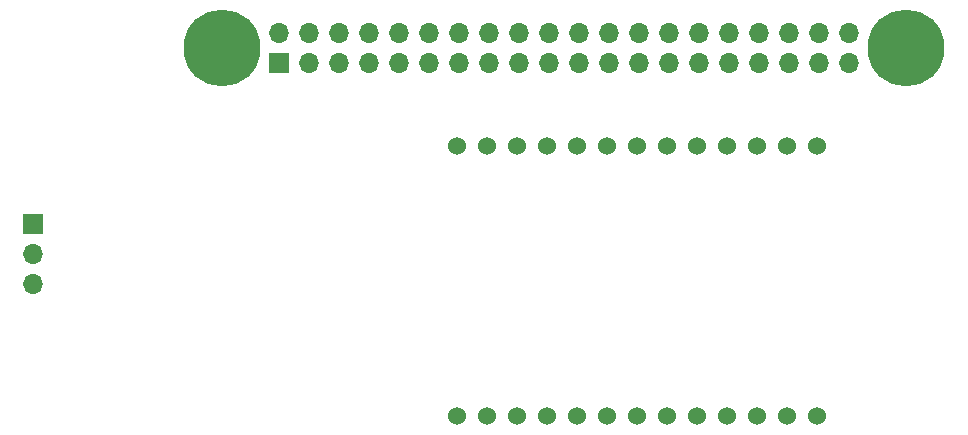
<source format=gbr>
%TF.GenerationSoftware,KiCad,Pcbnew,(7.0.0)*%
%TF.CreationDate,2023-07-17T15:36:44+02:00*%
%TF.ProjectId,SupportCoral,53757070-6f72-4744-936f-72616c2e6b69,rev?*%
%TF.SameCoordinates,Original*%
%TF.FileFunction,Soldermask,Bot*%
%TF.FilePolarity,Negative*%
%FSLAX46Y46*%
G04 Gerber Fmt 4.6, Leading zero omitted, Abs format (unit mm)*
G04 Created by KiCad (PCBNEW (7.0.0)) date 2023-07-17 15:36:44*
%MOMM*%
%LPD*%
G01*
G04 APERTURE LIST*
%ADD10R,1.700000X1.700000*%
%ADD11O,1.700000X1.700000*%
%ADD12C,6.500000*%
%ADD13C,1.524000*%
G04 APERTURE END LIST*
D10*
%TO.C,REF\u002A\u002A*%
X59039999Y-57999999D03*
D11*
X59039999Y-55459999D03*
X61579999Y-57999999D03*
X61579999Y-55459999D03*
X64119999Y-57999999D03*
X64119999Y-55459999D03*
X66659999Y-57999999D03*
X66659999Y-55459999D03*
X69199999Y-57999999D03*
X69199999Y-55459999D03*
X71739999Y-57999999D03*
X71739999Y-55459999D03*
X74279999Y-57999999D03*
X74279999Y-55459999D03*
X76819999Y-57999999D03*
X76819999Y-55459999D03*
X79359999Y-57999999D03*
X79359999Y-55459999D03*
X81899999Y-57999999D03*
X81899999Y-55459999D03*
X84439999Y-57999999D03*
X84439999Y-55459999D03*
X86979999Y-57999999D03*
X86979999Y-55459999D03*
X89519999Y-57999999D03*
X89519999Y-55459999D03*
X92059999Y-57999999D03*
X92059999Y-55459999D03*
X94599999Y-57999999D03*
X94599999Y-55459999D03*
X97139999Y-57999999D03*
X97139999Y-55459999D03*
X99679999Y-57999999D03*
X99679999Y-55459999D03*
X102219999Y-57999999D03*
X102219999Y-55459999D03*
X104759999Y-57999999D03*
X104759999Y-55459999D03*
X107299999Y-57999999D03*
X107299999Y-55459999D03*
%TD*%
D12*
%TO.C,REF\u002A\u002A*%
X54229000Y-56769000D03*
%TD*%
%TO.C,REF\u002A\u002A*%
X112141000Y-56769000D03*
%TD*%
D10*
%TO.C,Motion sensor*%
X38199999Y-71599999D03*
D11*
X38199999Y-74139999D03*
X38199999Y-76679999D03*
%TD*%
D13*
%TO.C,Alhora*%
X104600000Y-65000000D03*
X102060000Y-65000000D03*
X99520000Y-65000000D03*
X94440000Y-65000000D03*
X91900000Y-65000000D03*
X89360000Y-65000000D03*
X86820000Y-65000000D03*
X84280000Y-65000000D03*
X81740000Y-65000000D03*
X79200000Y-65000000D03*
X76660000Y-65000000D03*
X74120000Y-65000000D03*
X102060000Y-87860000D03*
X104600000Y-87860000D03*
X99520000Y-87860000D03*
X96980000Y-87860000D03*
X94440000Y-87860000D03*
X86820000Y-87860000D03*
X84280000Y-87860000D03*
X81740000Y-87860000D03*
X79200000Y-87860000D03*
X76660000Y-87860000D03*
X74120000Y-87860000D03*
X96980000Y-65000000D03*
X91900000Y-87860000D03*
X89360000Y-87860000D03*
%TD*%
M02*

</source>
